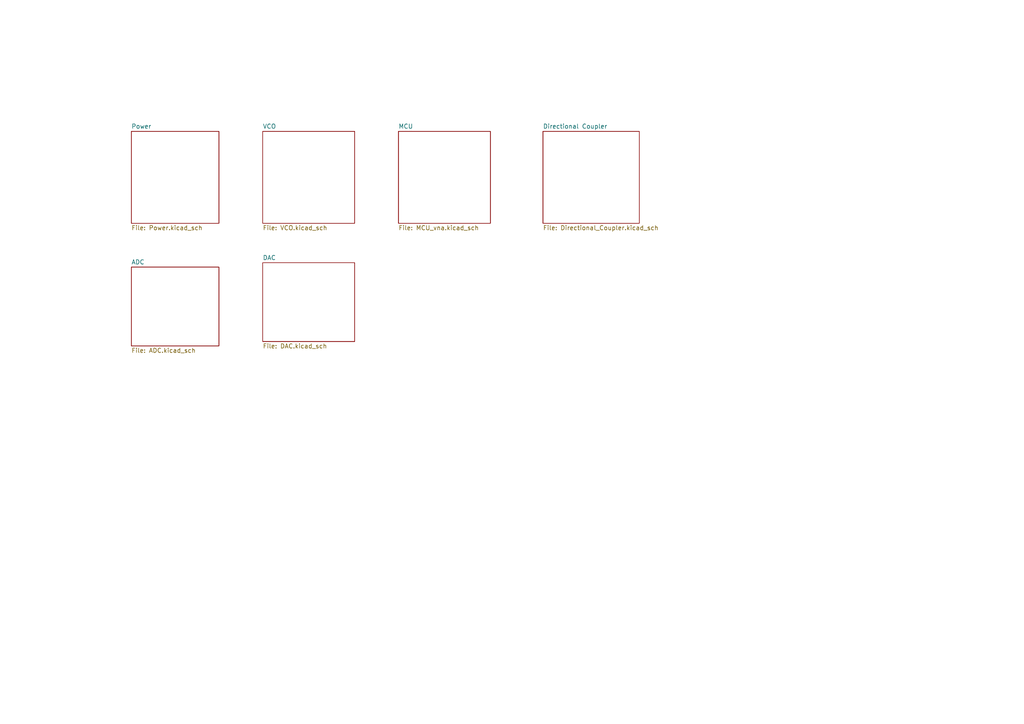
<source format=kicad_sch>
(kicad_sch
	(version 20250114)
	(generator "eeschema")
	(generator_version "9.0")
	(uuid "8b9c6944-c5f7-4a92-a452-dc4fa5f3924d")
	(paper "A4")
	(lib_symbols)
	(sheet
		(at 38.1 38.1)
		(size 25.4 26.67)
		(exclude_from_sim no)
		(in_bom yes)
		(on_board yes)
		(dnp no)
		(fields_autoplaced yes)
		(stroke
			(width 0.1524)
			(type solid)
		)
		(fill
			(color 0 0 0 0.0000)
		)
		(uuid "36c90400-6ac1-4267-bb8f-8b45ce1af49d")
		(property "Sheetname" "Power"
			(at 38.1 37.3884 0)
			(effects
				(font
					(size 1.27 1.27)
				)
				(justify left bottom)
			)
		)
		(property "Sheetfile" "Power.kicad_sch"
			(at 38.1 65.3546 0)
			(effects
				(font
					(size 1.27 1.27)
				)
				(justify left top)
			)
		)
		(instances
			(project "VNA_Project"
				(path "/8b9c6944-c5f7-4a92-a452-dc4fa5f3924d"
					(page "2")
				)
			)
		)
	)
	(sheet
		(at 157.48 38.1)
		(size 27.94 26.67)
		(exclude_from_sim no)
		(in_bom yes)
		(on_board yes)
		(dnp no)
		(fields_autoplaced yes)
		(stroke
			(width 0.1524)
			(type solid)
		)
		(fill
			(color 0 0 0 0.0000)
		)
		(uuid "8203d886-e522-4742-8081-5c7dd2623349")
		(property "Sheetname" "Directional Coupler"
			(at 157.48 37.3884 0)
			(effects
				(font
					(size 1.27 1.27)
				)
				(justify left bottom)
			)
		)
		(property "Sheetfile" "Directional_Coupler.kicad_sch"
			(at 157.48 65.3546 0)
			(effects
				(font
					(size 1.27 1.27)
				)
				(justify left top)
			)
		)
		(instances
			(project "VNA_Project"
				(path "/8b9c6944-c5f7-4a92-a452-dc4fa5f3924d"
					(page "5")
				)
			)
		)
	)
	(sheet
		(at 115.57 38.1)
		(size 26.67 26.67)
		(exclude_from_sim no)
		(in_bom yes)
		(on_board yes)
		(dnp no)
		(fields_autoplaced yes)
		(stroke
			(width 0.1524)
			(type solid)
		)
		(fill
			(color 0 0 0 0.0000)
		)
		(uuid "92e48b12-387a-4c6d-ac23-2e9f548505b0")
		(property "Sheetname" "MCU"
			(at 115.57 37.3884 0)
			(effects
				(font
					(size 1.27 1.27)
				)
				(justify left bottom)
			)
		)
		(property "Sheetfile" "MCU_vna.kicad_sch"
			(at 115.57 65.3546 0)
			(effects
				(font
					(size 1.27 1.27)
				)
				(justify left top)
			)
		)
		(instances
			(project "VNA_Project"
				(path "/8b9c6944-c5f7-4a92-a452-dc4fa5f3924d"
					(page "4")
				)
			)
		)
	)
	(sheet
		(at 76.2 76.2)
		(size 26.67 22.86)
		(exclude_from_sim no)
		(in_bom yes)
		(on_board yes)
		(dnp no)
		(fields_autoplaced yes)
		(stroke
			(width 0.1524)
			(type solid)
		)
		(fill
			(color 0 0 0 0.0000)
		)
		(uuid "da045888-12f1-4c66-82ff-8e7994a4f851")
		(property "Sheetname" "DAC"
			(at 76.2 75.4884 0)
			(effects
				(font
					(size 1.27 1.27)
				)
				(justify left bottom)
			)
		)
		(property "Sheetfile" "DAC.kicad_sch"
			(at 76.2 99.6446 0)
			(effects
				(font
					(size 1.27 1.27)
				)
				(justify left top)
			)
		)
		(instances
			(project "VNA_Project"
				(path "/8b9c6944-c5f7-4a92-a452-dc4fa5f3924d"
					(page "7")
				)
			)
		)
	)
	(sheet
		(at 38.1 77.47)
		(size 25.4 22.86)
		(exclude_from_sim no)
		(in_bom yes)
		(on_board yes)
		(dnp no)
		(fields_autoplaced yes)
		(stroke
			(width 0.1524)
			(type solid)
		)
		(fill
			(color 0 0 0 0.0000)
		)
		(uuid "e352f3b5-433e-42a1-adc5-ff1237016ad8")
		(property "Sheetname" "ADC"
			(at 38.1 76.7584 0)
			(effects
				(font
					(size 1.27 1.27)
				)
				(justify left bottom)
			)
		)
		(property "Sheetfile" "ADC.kicad_sch"
			(at 38.1 100.9146 0)
			(effects
				(font
					(size 1.27 1.27)
				)
				(justify left top)
			)
		)
		(instances
			(project "VNA_Project"
				(path "/8b9c6944-c5f7-4a92-a452-dc4fa5f3924d"
					(page "6")
				)
			)
		)
	)
	(sheet
		(at 76.2 38.1)
		(size 26.67 26.67)
		(exclude_from_sim no)
		(in_bom yes)
		(on_board yes)
		(dnp no)
		(fields_autoplaced yes)
		(stroke
			(width 0.1524)
			(type solid)
		)
		(fill
			(color 0 0 0 0.0000)
		)
		(uuid "fea82b78-6456-42a4-9dbf-55f011a8ac47")
		(property "Sheetname" "VCO"
			(at 76.2 37.3884 0)
			(effects
				(font
					(size 1.27 1.27)
				)
				(justify left bottom)
			)
		)
		(property "Sheetfile" "VCO.kicad_sch"
			(at 76.2 65.3546 0)
			(effects
				(font
					(size 1.27 1.27)
				)
				(justify left top)
			)
		)
		(instances
			(project "VNA_Project"
				(path "/8b9c6944-c5f7-4a92-a452-dc4fa5f3924d"
					(page "3")
				)
			)
		)
	)
	(sheet_instances
		(path "/"
			(page "1")
		)
	)
	(embedded_fonts no)
)

</source>
